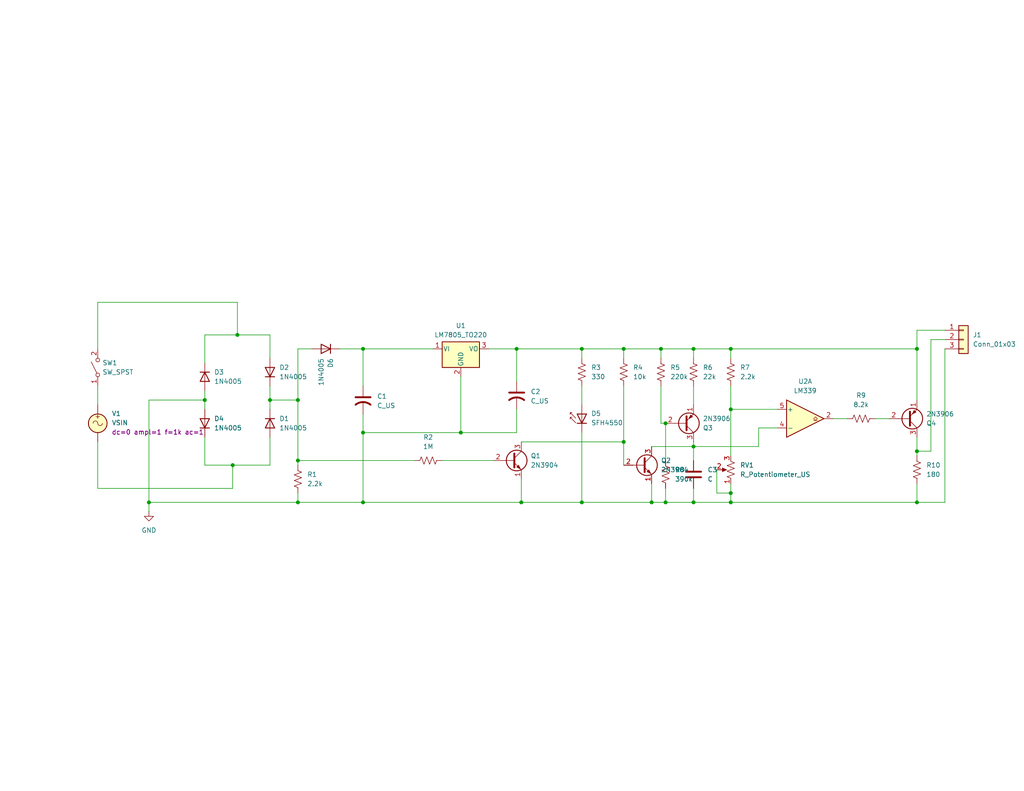
<source format=kicad_sch>
(kicad_sch (version 20250114) (generator "eeschema") (generator_version "9.0")
  (paper "A")
  (title_block (title "CMPE2150 PWM Generator - bpham5") (date "2025-12-09") (rev "0") (company "NAIT CNT") (comment 1 "BAO HUYNH PHAM"))
  (lib_symbols
    (symbol "Comparator:LM339" (pin_names (offset 0.127))
      (property "Reference" "U" (at 0 5.08 0))
      (property "Value" "LM339" (at 0 -5.08 0))
      (symbol "LM339_1_1"
        (polyline (pts (xy -5.08 5.08) (xy 5.08 0) (xy -5.08 -5.08) (xy -5.08 5.08)) (stroke (width 0.254)) (fill (type background)))
        (polyline (pts (xy 3.302 -0.508) (xy 2.794 -0.508) (xy 3.302 0) (xy 2.794 0.508) (xy 2.286 0) (xy 2.794 -0.508) (xy 2.286 -0.508)) (stroke (width 0.127)))
        (pin input line (at -7.62 2.54 0) (length 2.54) (name "+") (number "5"))
        (pin input line (at -7.62 -2.54 0) (length 2.54) (name "-") (number "4"))
        (pin open_collector line (at 7.62 0 180) (length 2.54) (name "~") (number "2"))
      )
      (symbol "LM339_2_1"
        (polyline (pts (xy -5.08 5.08) (xy 5.08 0) (xy -5.08 -5.08) (xy -5.08 5.08)) (stroke (width 0.254)) (fill (type background)))
        (polyline (pts (xy 3.302 -0.508) (xy 2.794 -0.508) (xy 3.302 0) (xy 2.794 0.508) (xy 2.286 0) (xy 2.794 -0.508) (xy 2.286 -0.508)) (stroke (width 0.127)))
        (pin input line (at -7.62 2.54 0) (length 2.54) (name "+") (number "7"))
        (pin input line (at -7.62 -2.54 0) (length 2.54) (name "-") (number "6"))
        (pin open_collector line (at 7.62 0 180) (length 2.54) (name "~") (number "1"))
      )
      (symbol "LM339_3_1"
        (polyline (pts (xy -5.08 5.08) (xy 5.08 0) (xy -5.08 -5.08) (xy -5.08 5.08)) (stroke (width 0.254)) (fill (type background)))
        (polyline (pts (xy 3.302 -0.508) (xy 2.794 -0.508) (xy 3.302 0) (xy 2.794 0.508) (xy 2.286 0) (xy 2.794 -0.508) (xy 2.286 -0.508)) (stroke (width 0.127)))
        (pin input line (at -7.62 2.54 0) (length 2.54) (name "+") (number "11"))
        (pin input line (at -7.62 -2.54 0) (length 2.54) (name "-") (number "10"))
        (pin open_collector line (at 7.62 0 180) (length 2.54) (name "~") (number "13"))
      )
      (symbol "LM339_4_1"
        (polyline (pts (xy -5.08 5.08) (xy 5.08 0) (xy -5.08 -5.08) (xy -5.08 5.08)) (stroke (width 0.254)) (fill (type background)))
        (polyline (pts (xy 3.302 -0.508) (xy 2.794 -0.508) (xy 3.302 0) (xy 2.794 0.508) (xy 2.286 0) (xy 2.794 -0.508) (xy 2.286 -0.508)) (stroke (width 0.127)))
        (pin input line (at -7.62 2.54 0) (length 2.54) (name "+") (number "9"))
        (pin input line (at -7.62 -2.54 0) (length 2.54) (name "-") (number "8"))
        (pin open_collector line (at 7.62 0 180) (length 2.54) (name "~") (number "14"))
      )
      (symbol "LM339_5_1"
        (pin power_in line (at -2.54 7.62 270) (length 3.81) (name "V+") (number "3"))
        (pin power_in line (at -2.54 -7.62 90) (length 3.81) (name "V-") (number "12"))
      )
    )
    (symbol "Connector_Generic:Conn_01x03" (pin_names (offset 1.016) (hide yes))
      (property "Reference" "J" (at 0 5.08 0))
      (property "Value" "Conn_01x03" (at 0 -5.08 0))
      (symbol "Conn_01x03_1_1"
        (rectangle (start -1.27 3.81) (end 1.27 -3.81) (stroke (width 0.254)) (fill (type background)))
        (rectangle (start -1.27 2.667) (end 0 2.413) (stroke (width 0.1524)))
        (rectangle (start -1.27 0.127) (end 0 -0.127) (stroke (width 0.1524)))
        (rectangle (start -1.27 -2.413) (end 0 -2.667) (stroke (width 0.1524)))
        (pin passive line (at -5.08 2.54 0) (length 3.81) (name "Pin_1") (number "1"))
        (pin passive line (at -5.08 0 0) (length 3.81) (name "Pin_2") (number "2"))
        (pin passive line (at -5.08 -2.54 0) (length 3.81) (name "Pin_3") (number "3"))
      )
    )
    (symbol "Device:C" (pin_numbers (hide yes)) (pin_names (offset 0.254))
      (property "Reference" "C" (at 0.635 2.54 0))
      (property "Value" "C" (at 0.635 -2.54 0))
      (symbol "C_0_1"
        (polyline (pts (xy -2.032 0.762) (xy 2.032 0.762)) (stroke (width 0.508)))
        (polyline (pts (xy -2.032 -0.762) (xy 2.032 -0.762)) (stroke (width 0.508)))
      )
      (symbol "C_1_1"
        (pin passive line (at 0 3.81 270) (length 2.794) (name "~") (number "1"))
        (pin passive line (at 0 -3.81 90) (length 2.794) (name "~") (number "2"))
      )
    )
    (symbol "Device:C_US" (pin_numbers (hide yes)) (pin_names (offset 0.254) (hide yes))
      (property "Reference" "C" (at 0.635 2.54 0))
      (property "Value" "C_US" (at 0.635 -2.54 0))
      (symbol "C_US_0_1"
        (polyline (pts (xy -2.032 0.762) (xy 2.032 0.762)) (stroke (width 0.508)))
        (arc (start -2.032 -1.27) (mid 0 -0.5572) (end 2.032 -1.27) (stroke (width 0.508)))
      )
      (symbol "C_US_1_1"
        (pin passive line (at 0 3.81 270) (length 2.794) (name "~") (number "1"))
        (pin passive line (at 0 -3.81 90) (length 3.302) (name "~") (number "2"))
      )
    )
    (symbol "Device:R_Potentiometer_US" (pin_names (offset 1.016) (hide yes))
      (property "Reference" "RV" (at -4.445 0 90))
      (property "Value" "R_Potentiometer_US" (at -2.54 0 90))
      (symbol "R_Potentiometer_US_0_1"
        (polyline (pts (xy 0 2.54) (xy 0 2.286)))
        (polyline (pts (xy 0 2.286) (xy 1.016 1.905) (xy 0 1.524) (xy -1.016 1.143) (xy 0 0.762)))
        (polyline (pts (xy 0 0.762) (xy 1.016 0.381) (xy 0 0) (xy -1.016 -0.381) (xy 0 -0.762)))
        (polyline (pts (xy 0 -0.762) (xy 1.016 -1.143) (xy 0 -1.524) (xy -1.016 -1.905) (xy 0 -2.286)))
        (polyline (pts (xy 0 -2.286) (xy 0 -2.54)))
        (polyline (pts (xy 1.143 0) (xy 2.286 0.508) (xy 2.286 -0.508) (xy 1.143 0)) (fill (type outline)))
        (polyline (pts (xy 2.54 0) (xy 1.524 0)))
      )
      (symbol "R_Potentiometer_US_1_1"
        (pin passive line (at 0 3.81 270) (length 1.27) (name "1") (number "1"))
        (pin passive line (at 0 -3.81 90) (length 1.27) (name "3") (number "3"))
        (pin passive line (at 3.81 0 180) (length 1.27) (name "2") (number "2"))
      )
    )
    (symbol "Device:R_US" (pin_numbers (hide yes)) (pin_names (offset 0))
      (property "Reference" "R" (at 2.54 0 90))
      (property "Value" "R_US" (at -2.54 0 90))
      (symbol "R_US_0_1"
        (polyline (pts (xy 0 2.286) (xy 0 2.54)))
        (polyline (pts (xy 0 2.286) (xy 1.016 1.905) (xy 0 1.524) (xy -1.016 1.143) (xy 0 0.762)))
        (polyline (pts (xy 0 0.762) (xy 1.016 0.381) (xy 0 0) (xy -1.016 -0.381) (xy 0 -0.762)))
        (polyline (pts (xy 0 -0.762) (xy 1.016 -1.143) (xy 0 -1.524) (xy -1.016 -1.905) (xy 0 -2.286)))
        (polyline (pts (xy 0 -2.286) (xy 0 -2.54)))
      )
      (symbol "R_US_1_1"
        (pin passive line (at 0 3.81 270) (length 1.27) (name "~") (number "1"))
        (pin passive line (at 0 -3.81 90) (length 1.27) (name "~") (number "2"))
      )
    )
    (symbol "Diode:1N4005" (pin_numbers (hide yes)) (pin_names (hide yes))
      (property "Reference" "D" (at 0 2.54 0))
      (property "Value" "1N4005" (at 0 -2.54 0))
      (symbol "1N4005_0_1"
        (polyline (pts (xy -1.27 1.27) (xy -1.27 -1.27)) (stroke (width 0.254)))
        (polyline (pts (xy 1.27 1.27) (xy 1.27 -1.27) (xy -1.27 0) (xy 1.27 1.27)) (stroke (width 0.254)))
        (polyline (pts (xy 1.27 0) (xy -1.27 0)))
      )
      (symbol "1N4005_1_1"
        (pin passive line (at -3.81 0 0) (length 2.54) (name "K") (number "1"))
        (pin passive line (at 3.81 0 180) (length 2.54) (name "A") (number "2"))
      )
    )
    (symbol "LED:SFH4550" (pin_numbers (hide yes)) (pin_names (offset 1.016) (hide yes))
      (property "Reference" "D" (at 0.508 1.778 0))
      (property "Value" "SFH4550" (at -1.016 -2.794 0))
      (symbol "SFH4550_0_1"
        (polyline (pts (xy -2.54 1.27) (xy -2.54 -1.27)) (stroke (width 0.254)))
        (polyline (pts (xy -2.413 1.651) (xy -0.889 3.175) (xy -0.889 2.667) (xy -0.889 3.175) (xy -1.397 3.175)))
        (polyline (pts (xy -1.143 1.651) (xy 0.381 3.175) (xy 0.381 2.667)))
        (polyline (pts (xy 0 0) (xy -2.54 0)))
        (polyline (pts (xy 0 -1.27) (xy -2.54 0) (xy 0 1.27) (xy 0 -1.27)) (stroke (width 0.254)))
        (polyline (pts (xy 0.381 3.175) (xy -0.127 3.175)))
      )
      (symbol "SFH4550_1_1"
        (pin passive line (at -5.08 0 0) (length 2.54) (name "K") (number "1"))
        (pin passive line (at 2.54 0 180) (length 2.54) (name "A") (number "2"))
      )
    )
    (symbol "Regulator_Linear:LM7805_TO220" (pin_names (offset 0.254))
      (property "Reference" "U" (at -3.81 3.175 0))
      (property "Value" "LM7805_TO220" (at 0 3.175 0))
      (symbol "LM7805_TO220_0_1"
        (rectangle (start -5.08 1.905) (end 5.08 -5.08) (stroke (width 0.254)) (fill (type background)))
      )
      (symbol "LM7805_TO220_1_1"
        (pin power_in line (at -7.62 0 0) (length 2.54) (name "VI") (number "1"))
        (pin power_in line (at 0 -7.62 90) (length 2.54) (name "GND") (number "2"))
        (pin power_out line (at 7.62 0 180) (length 2.54) (name "VO") (number "3"))
      )
    )
    (symbol "Simulation_SPICE:VSIN" (pin_numbers (hide yes)) (pin_names (offset 0.0254))
      (property "Reference" "V" (at 2.54 2.54 0))
      (property "Value" "VSIN" (at 2.54 0 0))
      (property "Sim.Params" "dc=0 ampl=1 f=1k ac=1" (at 2.54 -2.54 0))
      (symbol "VSIN_0_0"
        (arc (start -1.27 0) (mid -0.635 0.6323) (end 0 0))
        (arc (start 1.27 0) (mid 0.635 -0.6323) (end 0 0))
        (text "+" (at 0 1.905 0) (effects (font (size 1.27 1.27))))
      )
      (symbol "VSIN_0_1"
        (circle (center 0 0) (radius 2.54) (stroke (width 0.254)) (fill (type background)))
      )
      (symbol "VSIN_1_1"
        (pin passive line (at 0 5.08 270) (length 2.54) (name "~") (number "1"))
        (pin passive line (at 0 -5.08 90) (length 2.54) (name "~") (number "2"))
      )
    )
    (symbol "Switch:SW_SPST" (pin_names (offset 0) (hide yes))
      (property "Reference" "SW" (at 0 3.175 0))
      (property "Value" "SW_SPST" (at 0 -2.54 0))
      (symbol "SW_SPST_0_0"
        (circle (center -2.032 0) (radius 0.508))
        (polyline (pts (xy -1.524 0.254) (xy 1.524 1.778)))
        (circle (center 2.032 0) (radius 0.508))
      )
      (symbol "SW_SPST_1_1"
        (pin passive line (at -5.08 0 0) (length 2.54) (name "A") (number "1"))
        (pin passive line (at 5.08 0 180) (length 2.54) (name "B") (number "2"))
      )
    )
    (symbol "Transistor_BJT:2N3904" (pin_names (offset 0) (hide yes))
      (property "Reference" "Q" (at 5.08 1.905 0))
      (property "Value" "2N3904" (at 5.08 0 0))
      (symbol "2N3904_0_1"
        (polyline (pts (xy -2.54 0) (xy 0.635 0)))
        (polyline (pts (xy 0.635 1.905) (xy 0.635 -1.905)) (stroke (width 0.508)))
        (circle (center 1.27 0) (radius 2.8194) (stroke (width 0.254)))
      )
      (symbol "2N3904_1_1"
        (polyline (pts (xy 0.635 0.635) (xy 2.54 2.54)))
        (polyline (pts (xy 0.635 -0.635) (xy 2.54 -2.54)))
        (polyline (pts (xy 1.27 -1.778) (xy 1.778 -1.27) (xy 2.286 -2.286) (xy 1.27 -1.778)) (fill (type outline)))
        (pin input line (at -5.08 0 0) (length 2.54) (name "B") (number "2"))
        (pin passive line (at 2.54 5.08 270) (length 2.54) (name "C") (number "3"))
        (pin passive line (at 2.54 -5.08 90) (length 2.54) (name "E") (number "1"))
      )
    )
    (symbol "Transistor_BJT:2N3906" (pin_names (offset 0) (hide yes))
      (property "Reference" "Q" (at 5.08 1.905 0))
      (property "Value" "2N3906" (at 5.08 0 0))
      (symbol "2N3906_0_1"
        (polyline (pts (xy -2.54 0) (xy 0.635 0)))
        (polyline (pts (xy 0.635 1.905) (xy 0.635 -1.905)) (stroke (width 0.508)))
        (polyline (pts (xy 0.635 0.635) (xy 2.54 2.54)))
        (polyline (pts (xy 0.635 -0.635) (xy 2.54 -2.54)))
        (circle (center 1.27 0) (radius 2.8194) (stroke (width 0.254)))
        (polyline (pts (xy 2.286 -1.778) (xy 1.778 -2.286) (xy 1.27 -1.27) (xy 2.286 -1.778)) (fill (type outline)))
      )
      (symbol "2N3906_1_1"
        (pin input line (at -5.08 0 0) (length 2.54) (name "B") (number "2"))
        (pin passive line (at 2.54 5.08 270) (length 2.54) (name "C") (number "3"))
        (pin passive line (at 2.54 -5.08 90) (length 2.54) (name "E") (number "1"))
      )
    )
    (symbol "power:GND" (power) (pin_numbers (hide yes)) (pin_names (offset 0) (hide yes))
      (property "Value" "GND" (at 0 -3.81 0))
      (symbol "GND_0_1"
        (polyline (pts (xy 0 0) (xy 0 -1.27) (xy 1.27 -1.27) (xy 0 -2.54) (xy -1.27 -1.27) (xy 0 -1.27)))
      )
      (symbol "GND_1_1"
        (pin power_in line (at 0 0 270) (length 0) (name "~") (number "1"))
      )
    )
  )
  (junction (at 158.75 137.16))
  (junction (at 177.8 137.16))
  (junction (at 189.23 95.25))
  (junction (at 81.28 109.22))
  (junction (at 81.28 125.73))
  (junction (at 40.64 137.16))
  (junction (at 158.75 95.25))
  (junction (at 81.28 137.16))
  (junction (at 189.23 137.16))
  (junction (at 181.61 115.57))
  (junction (at 180.34 95.25))
  (junction (at 140.97 95.25))
  (junction (at 99.06 95.25))
  (junction (at 142.24 137.16))
  (junction (at 181.61 137.16))
  (junction (at 55.88 109.22))
  (junction (at 170.18 120.65))
  (junction (at 63.5 127))
  (junction (at 199.39 134.62))
  (junction (at 73.66 109.22))
  (junction (at 250.19 95.25))
  (junction (at 199.39 111.76))
  (junction (at 189.23 121.92))
  (junction (at 250.19 137.16))
  (junction (at 170.18 95.25))
  (junction (at 125.73 118.11))
  (junction (at 199.39 95.25))
  (junction (at 199.39 137.16))
  (junction (at 99.06 137.16))
  (junction (at 99.06 118.11))
  (junction (at 64.77 91.44))
  (junction (at 250.19 123.19))
  (wire (pts (xy 142.24 130.81) (xy 142.24 137.16)))
  (wire (pts (xy 73.66 105.41) (xy 73.66 109.22)))
  (wire (pts (xy 189.23 95.25) (xy 180.34 95.25)))
  (wire (pts (xy 257.81 92.71) (xy 254 92.71)))
  (wire (pts (xy 250.19 123.19) (xy 250.19 124.46)))
  (wire (pts (xy 180.34 115.57) (xy 181.61 115.57)))
  (wire (pts (xy 177.8 132.08) (xy 177.8 137.16)))
  (wire (pts (xy 99.06 95.25) (xy 99.06 105.41)))
  (wire (pts (xy 177.8 121.92) (xy 189.23 121.92)))
  (wire (pts (xy 55.88 99.06) (xy 55.88 91.44)))
  (wire (pts (xy 81.28 109.22) (xy 73.66 109.22)))
  (wire (pts (xy 207.01 116.84) (xy 207.01 121.92)))
  (wire (pts (xy 158.75 105.41) (xy 158.75 110.49)))
  (wire (pts (xy 26.67 120.65) (xy 26.67 133.35)))
  (wire (pts (xy 189.23 120.65) (xy 189.23 121.92)))
  (wire (pts (xy 140.97 111.76) (xy 140.97 118.11)))
  (wire (pts (xy 40.64 109.22) (xy 55.88 109.22)))
  (wire (pts (xy 99.06 113.03) (xy 99.06 118.11)))
  (wire (pts (xy 212.09 111.76) (xy 199.39 111.76)))
  (wire (pts (xy 125.73 102.87) (xy 125.73 118.11)))
  (wire (pts (xy 85.09 95.25) (xy 81.28 95.25)))
  (wire (pts (xy 81.28 137.16) (xy 99.06 137.16)))
  (wire (pts (xy 189.23 105.41) (xy 189.23 110.49)))
  (wire (pts (xy 55.88 106.68) (xy 55.88 109.22)))
  (wire (pts (xy 189.23 133.35) (xy 189.23 137.16)))
  (wire (pts (xy 250.19 132.08) (xy 250.19 137.16)))
  (wire (pts (xy 181.61 133.35) (xy 181.61 137.16)))
  (wire (pts (xy 55.88 91.44) (xy 64.77 91.44)))
  (wire (pts (xy 212.09 116.84) (xy 207.01 116.84)))
  (wire (pts (xy 125.73 118.11) (xy 99.06 118.11)))
  (wire (pts (xy 250.19 95.25) (xy 199.39 95.25)))
  (wire (pts (xy 177.8 137.16) (xy 181.61 137.16)))
  (wire (pts (xy 180.34 105.41) (xy 180.34 115.57)))
  (wire (pts (xy 140.97 95.25) (xy 133.35 95.25)))
  (wire (pts (xy 257.81 137.16) (xy 250.19 137.16)))
  (wire (pts (xy 199.39 132.08) (xy 199.39 134.62)))
  (wire (pts (xy 63.5 127) (xy 55.88 127)))
  (wire (pts (xy 40.64 137.16) (xy 40.64 109.22)))
  (wire (pts (xy 81.28 109.22) (xy 81.28 125.73)))
  (wire (pts (xy 158.75 118.11) (xy 158.75 137.16)))
  (wire (pts (xy 81.28 125.73) (xy 113.03 125.73)))
  (wire (pts (xy 170.18 120.65) (xy 170.18 127)))
  (wire (pts (xy 158.75 137.16) (xy 177.8 137.16)))
  (wire (pts (xy 250.19 90.17) (xy 250.19 95.25)))
  (wire (pts (xy 238.76 114.3) (xy 242.57 114.3)))
  (wire (pts (xy 158.75 137.16) (xy 142.24 137.16)))
  (wire (pts (xy 63.5 133.35) (xy 63.5 127)))
  (wire (pts (xy 254 123.19) (xy 250.19 123.19)))
  (wire (pts (xy 26.67 133.35) (xy 63.5 133.35)))
  (wire (pts (xy 92.71 95.25) (xy 99.06 95.25)))
  (wire (pts (xy 158.75 95.25) (xy 170.18 95.25)))
  (wire (pts (xy 120.65 125.73) (xy 134.62 125.73)))
  (wire (pts (xy 26.67 95.25) (xy 26.67 82.55)))
  (wire (pts (xy 189.23 137.16) (xy 199.39 137.16)))
  (wire (pts (xy 64.77 82.55) (xy 64.77 91.44)))
  (wire (pts (xy 199.39 111.76) (xy 199.39 124.46)))
  (wire (pts (xy 73.66 119.38) (xy 73.66 127)))
  (wire (pts (xy 158.75 95.25) (xy 140.97 95.25)))
  (wire (pts (xy 125.73 118.11) (xy 140.97 118.11)))
  (wire (pts (xy 195.58 128.27) (xy 195.58 134.62)))
  (wire (pts (xy 180.34 95.25) (xy 170.18 95.25)))
  (wire (pts (xy 81.28 95.25) (xy 81.28 109.22)))
  (wire (pts (xy 199.39 95.25) (xy 189.23 95.25)))
  (wire (pts (xy 254 92.71) (xy 254 123.19)))
  (wire (pts (xy 180.34 97.79) (xy 180.34 95.25)))
  (wire (pts (xy 73.66 127) (xy 63.5 127)))
  (wire (pts (xy 73.66 91.44) (xy 73.66 97.79)))
  (wire (pts (xy 158.75 97.79) (xy 158.75 95.25)))
  (wire (pts (xy 199.39 134.62) (xy 199.39 137.16)))
  (wire (pts (xy 181.61 115.57) (xy 181.61 125.73)))
  (wire (pts (xy 170.18 97.79) (xy 170.18 95.25)))
  (wire (pts (xy 199.39 111.76) (xy 199.39 105.41)))
  (wire (pts (xy 99.06 118.11) (xy 99.06 137.16)))
  (wire (pts (xy 199.39 97.79) (xy 199.39 95.25)))
  (wire (pts (xy 181.61 137.16) (xy 189.23 137.16)))
  (wire (pts (xy 170.18 105.41) (xy 170.18 120.65)))
  (wire (pts (xy 64.77 91.44) (xy 73.66 91.44)))
  (wire (pts (xy 142.24 137.16) (xy 99.06 137.16)))
  (wire (pts (xy 195.58 134.62) (xy 199.39 134.62)))
  (wire (pts (xy 40.64 137.16) (xy 81.28 137.16)))
  (wire (pts (xy 81.28 134.62) (xy 81.28 137.16)))
  (wire (pts (xy 26.67 82.55) (xy 64.77 82.55)))
  (wire (pts (xy 257.81 95.25) (xy 257.81 137.16)))
  (wire (pts (xy 189.23 97.79) (xy 189.23 95.25)))
  (wire (pts (xy 250.19 119.38) (xy 250.19 123.19)))
  (wire (pts (xy 227.33 114.3) (xy 231.14 114.3)))
  (wire (pts (xy 142.24 120.65) (xy 170.18 120.65)))
  (wire (pts (xy 250.19 109.22) (xy 250.19 95.25)))
  (wire (pts (xy 99.06 95.25) (xy 118.11 95.25)))
  (wire (pts (xy 55.88 109.22) (xy 55.88 111.76)))
  (wire (pts (xy 81.28 125.73) (xy 81.28 127)))
  (wire (pts (xy 257.81 90.17) (xy 250.19 90.17)))
  (wire (pts (xy 207.01 121.92) (xy 189.23 121.92)))
  (wire (pts (xy 140.97 104.14) (xy 140.97 95.25)))
  (wire (pts (xy 73.66 109.22) (xy 73.66 111.76)))
  (wire (pts (xy 55.88 127) (xy 55.88 119.38)))
  (wire (pts (xy 40.64 139.7) (xy 40.64 137.16)))
  (wire (pts (xy 26.67 105.41) (xy 26.67 110.49)))
  (wire (pts (xy 189.23 121.92) (xy 189.23 125.73)))
  (wire (pts (xy 199.39 137.16) (xy 250.19 137.16)))
  (symbol (lib_id "Transistor_BJT:2N3904") (at 139.7 125.73 0) (unit 1)
    (property "Reference" "Q1" (at 144.78 124.4599 0) (effects (justify left)))
    (property "Value" "2N3904" (at 144.78 126.9999 0) (effects (justify left)))
    (property "Footprint" "Package_TO_SOT_SMD:SOT-23" (effects (hide yes)))
    (property "Datasheet" "https://www.onsemi.com/pub/Collateral/2N3903-D.PDF" (effects (hide yes)))
    (property "Description" "0.2A Ic, 40V Vce, Small Signal NPN Transistor, TO-92" (effects (hide yes)))
  )
  (symbol (lib_id "Device:R_US") (at 81.28 130.81 180) (unit 1)
    (property "Reference" "R1" (at 83.82 129.5399 0) (effects (justify right)))
    (property "Value" "2.2k" (at 83.82 132.0799 0) (effects (justify right)))
    (property "Footprint" "Resistor_SMD:R_0805_2012Metric" (effects (hide yes)))
    (property "Description" "Resistor, US symbol" (effects (hide yes)))
  )
  (symbol (lib_id "Transistor_BJT:2N3906") (at 247.65 114.3 0) (mirror x) (unit 1)
    (property "Reference" "Q4" (at 252.73 115.5701 0) (effects (justify left)))
    (property "Value" "2N3906" (at 252.73 113.0301 0) (effects (justify left)))
    (property "Footprint" "Package_TO_SOT_SMD:SOT-23" (effects (hide yes)))
    (property "Datasheet" "https://www.onsemi.com/pub/Collateral/2N3906-D.PDF" (effects (hide yes)))
    (property "Description" "-0.2A Ic, -40V Vce, Small Signal PNP Transistor, TO-92" (effects (hide yes)))
  )
  (symbol (lib_id "Device:R_US") (at 199.39 101.6 0) (unit 1)
    (property "Reference" "R7" (at 201.93 100.3299 0) (effects (justify left)))
    (property "Value" "2.2k" (at 201.93 102.8699 0) (effects (justify left)))
    (property "Footprint" "Resistor_SMD:R_0805_2012Metric" (effects (hide yes)))
    (property "Description" "Resistor, US symbol" (effects (hide yes)))
  )
  (symbol (lib_id "Regulator_Linear:LM7805_TO220") (at 125.73 95.25 0) (unit 1)
    (property "Reference" "U1" (at 125.73 88.9 0))
    (property "Value" "LM7805_TO220" (at 125.73 91.44 0))
    (property "Footprint" "Package_TO_SOT_THT:TO-220-3_Horizontal_TabDown" (effects (hide yes)))
    (property "Datasheet" "https://www.onsemi.cn/PowerSolutions/document/MC7800-D.PDF" (effects (hide yes)))
    (property "Description" "Positive 1A 35V Linear Regulator, Fixed Output 5V, TO-220" (effects (hide yes)))
  )
  (symbol (lib_id "Device:R_US") (at 234.95 114.3 90) (unit 1)
    (property "Reference" "R9" (at 234.95 107.95 90))
    (property "Value" "8.2k" (at 234.95 110.49 90))
    (property "Footprint" "Resistor_SMD:R_0805_2012Metric" (effects (hide yes)))
    (property "Description" "Resistor, US symbol" (effects (hide yes)))
  )
  (symbol (lib_id "Switch:SW_SPST") (at 26.67 100.33 90) (unit 1)
    (property "Reference" "SW1" (at 27.94 99.0599 90) (effects (justify right)))
    (property "Value" "SW_SPST" (at 27.94 101.5999 90) (effects (justify right)))
    (property "Description" "Single Pole Single Throw (SPST) switch" (effects (hide yes)))
  )
  (symbol (lib_id "Device:R_US") (at 250.19 128.27 180) (unit 1)
    (property "Reference" "R10" (at 252.73 126.9999 0) (effects (justify right)))
    (property "Value" "180" (at 252.73 129.5399 0) (effects (justify right)))
    (property "Footprint" "Resistor_SMD:R_0805_2012Metric" (effects (hide yes)))
    (property "Description" "Resistor, US symbol" (effects (hide yes)))
  )
  (symbol (lib_id "Comparator:LM339") (at 219.71 114.3 0) (unit 1)
    (property "Reference" "U2" (at 219.71 104.14 0))
    (property "Value" "LM339" (at 219.71 106.68 0))
    (property "Footprint" "Package_SO:SOIC-14_3.9x8.7mm_P1.27mm" (effects (hide yes)))
    (property "Datasheet" "https://www.st.com/resource/en/datasheet/lm139.pdf" (effects (hide yes)))
    (property "Description" "Quad Differential Comparators, SOIC-14/TSSOP-14" (effects (hide yes)))
  )
  (symbol (lib_id "Simulation_SPICE:VSIN") (at 26.67 115.57 0) (unit 1)
    (property "Reference" "V1" (at 30.48 112.9001 0) (effects (justify left)))
    (property "Value" "VSIN" (at 30.48 115.4401 0) (effects (justify left)))
    (property "Datasheet" "https://ngspice.sourceforge.io/docs/ngspice-html-manual/manual.xhtml#sec_Independent_Sources_for" (effects (hide yes)))
    (property "Description" "Voltage source, sinusoidal" (effects (hide yes)))
    (property "Sim.Pins" "1=+ 2=-" (effects (hide yes)))
    (property "Sim.Params" "dc=0 ampl=1 f=1k ac=1" (at 30.48 117.9801 0) (effects (justify left)))
    (property "Sim.Type" "SIN" (effects (hide yes)))
    (property "Sim.Device" "V" (effects (hide yes)))
  )
  (symbol (lib_id "Device:R_US") (at 170.18 101.6 0) (unit 1)
    (property "Reference" "R4" (at 172.72 100.3299 0) (effects (justify left)))
    (property "Value" "10k" (at 172.72 102.8699 0) (effects (justify left)))
    (property "Footprint" "Resistor_SMD:R_0805_2012Metric" (effects (hide yes)))
    (property "Description" "Resistor, US symbol" (effects (hide yes)))
  )
  (symbol (lib_id "Device:R_US") (at 189.23 101.6 0) (unit 1)
    (property "Reference" "R6" (at 191.77 100.3299 0) (effects (justify left)))
    (property "Value" "22k" (at 191.77 102.8699 0) (effects (justify left)))
    (property "Footprint" "Resistor_SMD:R_0805_2012Metric" (effects (hide yes)))
    (property "Description" "Resistor, US symbol" (effects (hide yes)))
  )
  (symbol (lib_id "LED:SFH4550") (at 158.75 113.03 90) (unit 1)
    (property "Reference" "D5" (at 161.29 112.9029 90) (effects (justify right)))
    (property "Value" "SFH4550" (at 161.29 115.4429 90) (effects (justify right)))
    (property "Footprint" "LED_THT:LED_D5.0mm_GREEN" (effects (hide yes)))
    (property "Datasheet" "http://www.osram-os.com/Graphics/XPic3/00116140_0.pdf" (effects (hide yes)))
    (property "Description" "950nm High-Power IR-LED, 5mm" (effects (hide yes)))
  )
  (symbol (lib_id "Transistor_BJT:2N3904") (at 175.26 127 0) (unit 1)
    (property "Reference" "Q2" (at 180.34 125.7299 0) (effects (justify left)))
    (property "Value" "2N3904" (at 180.34 128.2699 0) (effects (justify left)))
    (property "Footprint" "Package_TO_SOT_SMD:SOT-23" (effects (hide yes)))
    (property "Datasheet" "https://www.onsemi.com/pub/Collateral/2N3903-D.PDF" (effects (hide yes)))
    (property "Description" "0.2A Ic, 40V Vce, Small Signal NPN Transistor, TO-92" (effects (hide yes)))
  )
  (symbol (lib_id "Device:R_US") (at 116.84 125.73 90) (unit 1)
    (property "Reference" "R2" (at 116.84 119.38 90))
    (property "Value" "1M" (at 116.84 121.92 90))
    (property "Footprint" "Resistor_SMD:R_0805_2012Metric" (effects (hide yes)))
    (property "Description" "Resistor, US symbol" (effects (hide yes)))
  )
  (symbol (lib_id "Diode:1N4005") (at 88.9 95.25 180) (unit 1)
    (property "Reference" "D6" (at 90.1701 97.79 90) (effects (justify left)))
    (property "Value" "1N4005" (at 87.6301 97.79 90) (effects (justify left)))
    (property "Footprint" "Diode_SMD:D_0805_2012Metric" (effects (hide yes)))
    (property "Datasheet" "http://www.vishay.com/docs/88503/1n4001.pdf" (effects (hide yes)))
    (property "Description" "600V 1A General Purpose Rectifier Diode, DO-41" (effects (hide yes)))
    (property "Sim.Device" "D" (effects (hide yes)))
    (property "Sim.Pins" "1=K 2=A" (effects (hide yes)))
  )
  (symbol (lib_id "Diode:1N4005") (at 55.88 102.87 270) (unit 1)
    (property "Reference" "D3" (at 58.42 101.5999 90) (effects (justify left)))
    (property "Value" "1N4005" (at 58.42 104.1399 90) (effects (justify left)))
    (property "Footprint" "Diode_SMD:D_0805_2012Metric" (effects (hide yes)))
    (property "Datasheet" "http://www.vishay.com/docs/88503/1n4001.pdf" (effects (hide yes)))
    (property "Description" "600V 1A General Purpose Rectifier Diode, DO-41" (effects (hide yes)))
    (property "Sim.Device" "D" (effects (hide yes)))
    (property "Sim.Pins" "1=K 2=A" (effects (hide yes)))
  )
  (symbol (lib_id "Device:R_US") (at 180.34 101.6 0) (unit 1)
    (property "Reference" "R5" (at 182.88 100.3299 0) (effects (justify left)))
    (property "Value" "220k" (at 182.88 102.8699 0) (effects (justify left)))
    (property "Footprint" "Resistor_SMD:R_0805_2012Metric" (effects (hide yes)))
    (property "Description" "Resistor, US symbol" (effects (hide yes)))
  )
  (symbol (lib_id "Diode:1N4005") (at 55.88 115.57 90) (unit 1)
    (property "Reference" "D4" (at 58.42 114.2999 90) (effects (justify right)))
    (property "Value" "1N4005" (at 58.42 116.8399 90) (effects (justify right)))
    (property "Footprint" "Diode_SMD:D_0805_2012Metric" (effects (hide yes)))
    (property "Datasheet" "http://www.vishay.com/docs/88503/1n4001.pdf" (effects (hide yes)))
    (property "Description" "600V 1A General Purpose Rectifier Diode, DO-41" (effects (hide yes)))
    (property "Sim.Device" "D" (effects (hide yes)))
    (property "Sim.Pins" "1=K 2=A" (effects (hide yes)))
  )
  (symbol (lib_id "Device:R_US") (at 181.61 129.54 0) (unit 1)
    (property "Reference" "R8" (at 184.15 128.2699 0) (effects (justify left)))
    (property "Value" "390k" (at 184.15 130.8099 0) (effects (justify left)))
    (property "Footprint" "Resistor_SMD:R_0805_2012Metric" (effects (hide yes)))
    (property "Description" "Resistor, US symbol" (effects (hide yes)))
  )
  (symbol (lib_id "Device:C_US") (at 140.97 107.95 0) (unit 1)
    (property "Reference" "C2" (at 144.78 106.9339 0) (effects (justify left)))
    (property "Value" "C_US" (at 144.78 109.4739 0) (effects (justify left)))
    (property "Description" "capacitor, US symbol" (effects (hide yes)))
  )
  (symbol (lib_id "Connector_Generic:Conn_01x03") (at 262.89 92.71 0) (unit 1)
    (property "Reference" "J1" (at 265.43 91.4399 0) (effects (justify left)))
    (property "Value" "Conn_01x03" (at 265.43 93.9799 0) (effects (justify left)))
    (property "Footprint" "Connector_PinHeader_2.54mm:PinHeader_1x03_P2.54mm_Vertical" (effects (hide yes)))
    (property "Description" "Generic connector, single row, 01x03, script generated (kicad-library-utils/schlib/autogen/connector/)" (effects (hide yes)))
  )
  (symbol (lib_id "Device:C") (at 189.23 129.54 0) (unit 1)
    (property "Reference" "C3" (at 193.04 128.2699 0) (effects (justify left)))
    (property "Value" "C" (at 193.04 130.8099 0) (effects (justify left)))
    (property "Footprint" "Capacitor_SMD:C_0805_2012Metric" (effects (hide yes)))
    (property "Description" "Unpolarized capacitor" (effects (hide yes)))
  )
  (symbol (lib_id "Transistor_BJT:2N3906") (at 186.69 115.57 0) (mirror x) (unit 1)
    (property "Reference" "Q3" (at 191.77 116.8401 0) (effects (justify left)))
    (property "Value" "2N3906" (at 191.77 114.3001 0) (effects (justify left)))
    (property "Footprint" "Package_TO_SOT_SMD:SOT-23" (effects (hide yes)))
    (property "Datasheet" "https://www.onsemi.com/pub/Collateral/2N3906-D.PDF" (effects (hide yes)))
    (property "Description" "-0.2A Ic, -40V Vce, Small Signal PNP Transistor, TO-92" (effects (hide yes)))
  )
  (symbol (lib_id "Diode:1N4005") (at 73.66 101.6 90) (unit 1)
    (property "Reference" "D2" (at 76.2 100.3299 90) (effects (justify right)))
    (property "Value" "1N4005" (at 76.2 102.8699 90) (effects (justify right)))
    (property "Footprint" "Diode_SMD:D_0805_2012Metric" (effects (hide yes)))
    (property "Datasheet" "http://www.vishay.com/docs/88503/1n4001.pdf" (effects (hide yes)))
    (property "Description" "600V 1A General Purpose Rectifier Diode, DO-41" (effects (hide yes)))
    (property "Sim.Device" "D" (effects (hide yes)))
    (property "Sim.Pins" "1=K 2=A" (effects (hide yes)))
  )
  (symbol (lib_id "Device:R_US") (at 158.75 101.6 0) (unit 1)
    (property "Reference" "R3" (at 161.29 100.3299 0) (effects (justify left)))
    (property "Value" "330" (at 161.29 102.8699 0) (effects (justify left)))
    (property "Footprint" "Resistor_SMD:R_0805_2012Metric" (effects (hide yes)))
    (property "Description" "Resistor, US symbol" (effects (hide yes)))
  )
  (symbol (lib_id "Device:R_Potentiometer_US") (at 199.39 128.27 180) (unit 1)
    (property "Reference" "RV1" (at 201.93 126.9999 0) (effects (justify right)))
    (property "Value" "R_Potentiometer_US" (at 201.93 129.5399 0) (effects (justify right)))
    (property "Description" "Potentiometer, US symbol" (effects (hide yes)))
  )
  (symbol (lib_id "Diode:1N4005") (at 73.66 115.57 270) (unit 1)
    (property "Reference" "D1" (at 76.2 114.2999 90) (effects (justify left)))
    (property "Value" "1N4005" (at 76.2 116.8399 90) (effects (justify left)))
    (property "Footprint" "Diode_SMD:D_0805_2012Metric" (effects (hide yes)))
    (property "Datasheet" "http://www.vishay.com/docs/88503/1n4001.pdf" (effects (hide yes)))
    (property "Description" "600V 1A General Purpose Rectifier Diode, DO-41" (effects (hide yes)))
    (property "Sim.Device" "D" (effects (hide yes)))
    (property "Sim.Pins" "1=K 2=A" (effects (hide yes)))
  )
  (symbol (lib_id "Device:C_US") (at 99.06 109.22 0) (unit 1)
    (property "Reference" "C1" (at 102.87 108.2039 0) (effects (justify left)))
    (property "Value" "C_US" (at 102.87 110.7439 0) (effects (justify left)))
    (property "Description" "capacitor, US symbol" (effects (hide yes)))
  )
  (symbol (lib_id "power:GND") (at 40.64 139.7 0) (unit 1)
    (property "Reference" "#PWR02" (effects (hide yes)))
    (property "Value" "GND" (at 40.64 144.78 0))
    (property "Description" "Power symbol creates a global label with name \"GND\" , ground" (effects (hide yes)))
  )
)
</source>
